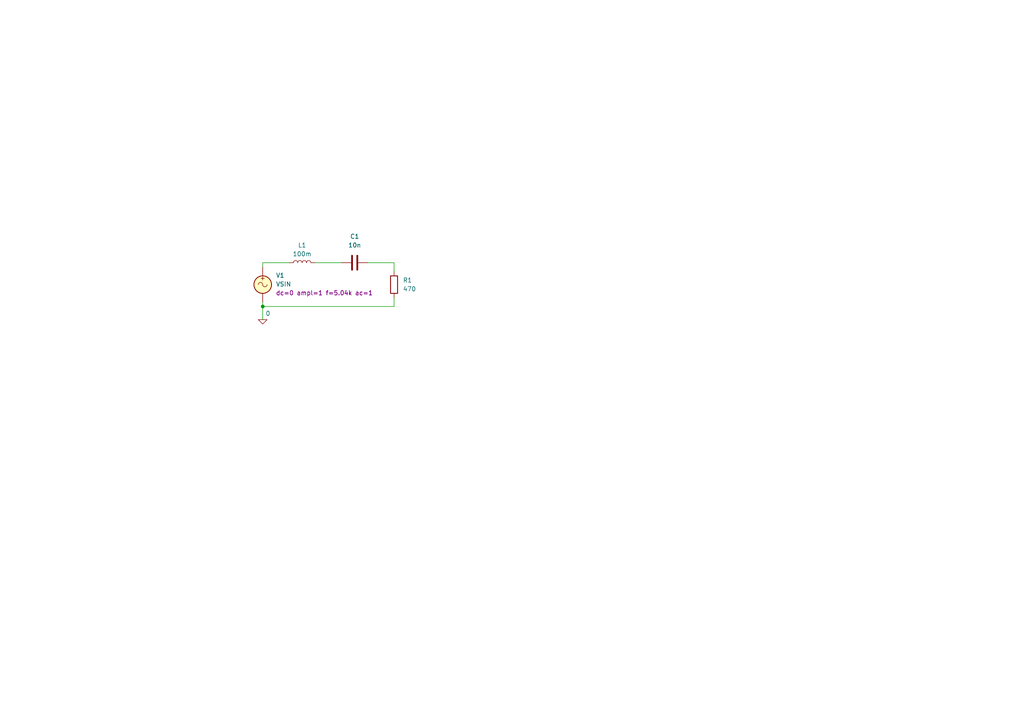
<source format=kicad_sch>
(kicad_sch (version 20250114) (generator "eeschema") (generator_version "9.0")
  (paper "A4")
  (lib_symbols
    (symbol "Device:C" (pin_numbers (hide yes)) (pin_names (offset 0.254))
      (property "Reference" "C" (at 0.635 2.54 0))
      (property "Value" "C" (at 0.635 -2.54 0))
      (symbol "C_0_1"
        (polyline (pts (xy -2.032 0.762) (xy 2.032 0.762)) (stroke (width 0.508)))
        (polyline (pts (xy -2.032 -0.762) (xy 2.032 -0.762)) (stroke (width 0.508)))
      )
      (symbol "C_1_1"
        (pin passive line (at 0 3.81 270) (length 2.794) (name "~") (number "1"))
        (pin passive line (at 0 -3.81 90) (length 2.794) (name "~") (number "2"))
      )
    )
    (symbol "Device:L" (pin_numbers (hide yes)) (pin_names (offset 1.016) (hide yes))
      (property "Reference" "L" (at -1.27 0 90))
      (property "Value" "L" (at 1.905 0 90))
      (symbol "L_0_1"
        (arc (start 0 2.54) (mid 0.6323 1.905) (end 0 1.27))
        (arc (start 0 1.27) (mid 0.6323 0.635) (end 0 0))
        (arc (start 0 0) (mid 0.6323 -0.635) (end 0 -1.27))
        (arc (start 0 -1.27) (mid 0.6323 -1.905) (end 0 -2.54))
      )
      (symbol "L_1_1"
        (pin passive line (at 0 3.81 270) (length 1.27) (name "1") (number "1"))
        (pin passive line (at 0 -3.81 90) (length 1.27) (name "2") (number "2"))
      )
    )
    (symbol "Device:R" (pin_numbers (hide yes)) (pin_names (offset 0))
      (property "Reference" "R" (at 2.032 0 90))
      (property "Value" "R" (at 0 0 90))
      (symbol "R_0_1"
        (rectangle (start -1.016 -2.54) (end 1.016 2.54) (stroke (width 0.254)))
      )
      (symbol "R_1_1"
        (pin passive line (at 0 3.81 270) (length 1.27) (name "~") (number "1"))
        (pin passive line (at 0 -3.81 90) (length 1.27) (name "~") (number "2"))
      )
    )
    (symbol "Simulation_SPICE:0" (power) (pin_numbers (hide yes)) (pin_names (offset 0) (hide yes))
      (property "Value" "0" (at 0 -2.54 0))
      (symbol "0_0_1"
        (polyline (pts (xy -1.27 0) (xy 0 -1.27) (xy 1.27 0) (xy -1.27 0)))
      )
      (symbol "0_1_1"
        (pin power_in line (at 0 0 0) (length 0) (name "~") (number "1"))
      )
    )
    (symbol "Simulation_SPICE:VSIN" (pin_numbers (hide yes)) (pin_names (offset 0.0254))
      (property "Reference" "V" (at 2.54 2.54 0))
      (property "Value" "VSIN" (at 2.54 0 0))
      (property "Sim.Params" "dc=0 ampl=1 f=1k ac=1" (at 2.54 -2.54 0))
      (symbol "VSIN_0_0"
        (arc (start -1.27 0) (mid -0.635 0.6323) (end 0 0))
        (arc (start 1.27 0) (mid 0.635 -0.6323) (end 0 0))
        (text "+" (at 0 1.905 0) (effects (font (size 1.27 1.27))))
      )
      (symbol "VSIN_0_1"
        (circle (center 0 0) (radius 2.54) (stroke (width 0.254)) (fill (type background)))
      )
      (symbol "VSIN_1_1"
        (pin passive line (at 0 5.08 270) (length 2.54) (name "~") (number "1"))
        (pin passive line (at 0 -5.08 90) (length 2.54) (name "~") (number "2"))
      )
    )
  )
  (junction (at 76.2 88.9))
  (wire (pts (xy 76.2 76.2) (xy 83.82 76.2)))
  (wire (pts (xy 76.2 88.9) (xy 76.2 87.63)))
  (wire (pts (xy 76.2 88.9) (xy 76.2 92.71)))
  (wire (pts (xy 114.3 86.36) (xy 114.3 88.9)))
  (wire (pts (xy 114.3 76.2) (xy 106.68 76.2)))
  (wire (pts (xy 76.2 77.47) (xy 76.2 76.2)))
  (wire (pts (xy 114.3 78.74) (xy 114.3 76.2)))
  (wire (pts (xy 91.44 76.2) (xy 99.06 76.2)))
  (wire (pts (xy 114.3 88.9) (xy 76.2 88.9)))
  (symbol (lib_id "Simulation_SPICE:VSIN") (at 76.2 82.55 0) (unit 1)
    (property "Reference" "V1" (at 80.01 79.8801 0) (effects (justify left)))
    (property "Value" "VSIN" (at 80.01 82.4201 0) (effects (justify left)))
    (property "Datasheet" "https://ngspice.sourceforge.io/docs/ngspice-html-manual/manual.xhtml#sec_Independent_Sources_for" (effects (hide yes)))
    (property "Description" "Voltage source, sinusoidal" (effects (hide yes)))
    (property "Sim.Pins" "1=+ 2=-" (effects (hide yes)))
    (property "Sim.Params" "dc=0 ampl=1 f=5.04k ac=1" (at 80.01 84.9601 0) (effects (justify left)))
    (property "Sim.Type" "SIN" (effects (hide yes)))
    (property "Sim.Device" "V" (effects (hide yes)))
  )
  (symbol (lib_id "Simulation_SPICE:0") (at 76.2 92.71 0) (unit 1)
    (property "Reference" "#GND01" (effects (hide yes)))
    (property "Value" "0" (at 77.724 90.932 0))
    (property "Datasheet" "https://ngspice.sourceforge.io/docs/ngspice-html-manual/manual.xhtml#subsec_Circuit_elements__device" (effects (hide yes)))
    (property "Description" "0V reference potential for simulation" (effects (hide yes)))
  )
  (symbol (lib_id "Device:C") (at 102.87 76.2 90) (unit 1)
    (property "Reference" "C1" (at 102.87 68.58 90))
    (property "Value" "10n" (at 102.87 71.12 90))
    (property "Description" "Unpolarized capacitor" (effects (hide yes)))
  )
  (symbol (lib_id "Device:L") (at 87.63 76.2 90) (unit 1)
    (property "Reference" "L1" (at 87.63 71.12 90))
    (property "Value" "100m" (at 87.63 73.66 90))
    (property "Description" "Inductor" (effects (hide yes)))
  )
  (symbol (lib_id "Device:R") (at 114.3 82.55 180) (unit 1)
    (property "Reference" "R1" (at 116.84 81.2799 0) (effects (justify right)))
    (property "Value" "470" (at 116.84 83.8199 0) (effects (justify right)))
    (property "Description" "Resistor" (effects (hide yes)))
  )
)
</source>
